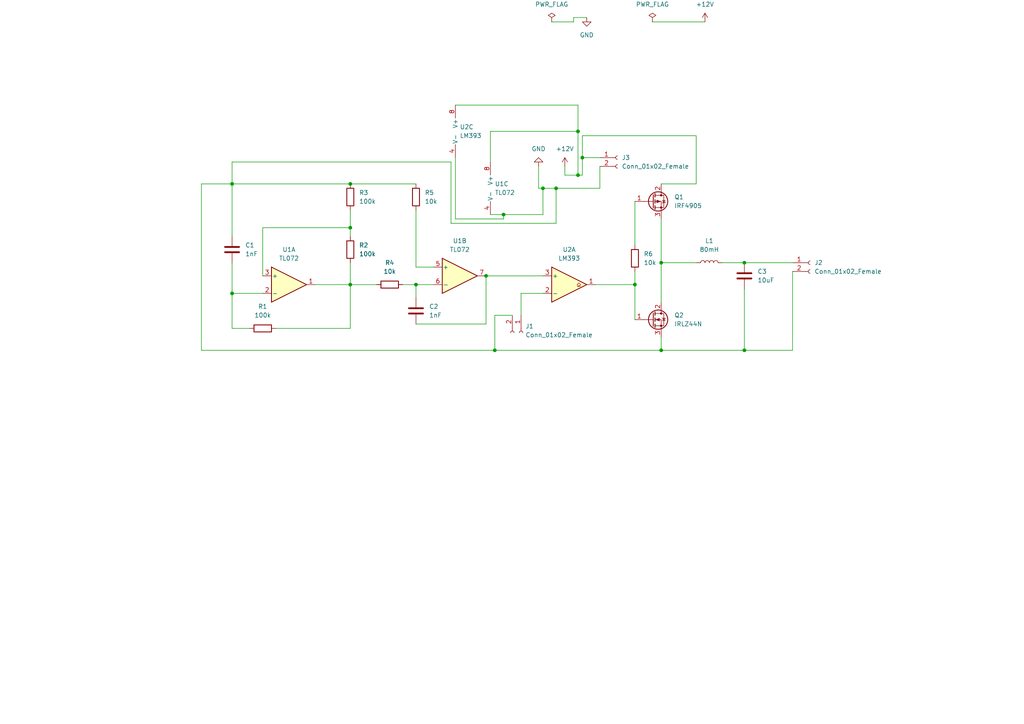
<source format=kicad_sch>
(kicad_sch (version 20211123) (generator eeschema)

  (uuid 90b581d5-410d-4845-b22c-097ee0a78ce7)

  (paper "A4")

  (lib_symbols
    (symbol "Amplifier_Operational:TL072" (pin_names (offset 0.127)) (in_bom yes) (on_board yes)
      (property "Reference" "U" (id 0) (at 0 5.08 0)
        (effects (font (size 1.27 1.27)) (justify left))
      )
      (property "Value" "TL072" (id 1) (at 0 -5.08 0)
        (effects (font (size 1.27 1.27)) (justify left))
      )
      (property "Footprint" "" (id 2) (at 0 0 0)
        (effects (font (size 1.27 1.27)) hide)
      )
      (property "Datasheet" "http://www.ti.com/lit/ds/symlink/tl071.pdf" (id 3) (at 0 0 0)
        (effects (font (size 1.27 1.27)) hide)
      )
      (property "ki_locked" "" (id 4) (at 0 0 0)
        (effects (font (size 1.27 1.27)))
      )
      (property "ki_keywords" "dual opamp" (id 5) (at 0 0 0)
        (effects (font (size 1.27 1.27)) hide)
      )
      (property "ki_description" "Dual Low-Noise JFET-Input Operational Amplifiers, DIP-8/SOIC-8" (id 6) (at 0 0 0)
        (effects (font (size 1.27 1.27)) hide)
      )
      (property "ki_fp_filters" "SOIC*3.9x4.9mm*P1.27mm* DIP*W7.62mm* TO*99* OnSemi*Micro8* TSSOP*3x3mm*P0.65mm* TSSOP*4.4x3mm*P0.65mm* MSOP*3x3mm*P0.65mm* SSOP*3.9x4.9mm*P0.635mm* LFCSP*2x2mm*P0.5mm* *SIP* SOIC*5.3x6.2mm*P1.27mm*" (id 7) (at 0 0 0)
        (effects (font (size 1.27 1.27)) hide)
      )
      (symbol "TL072_1_1"
        (polyline
          (pts
            (xy -5.08 5.08)
            (xy 5.08 0)
            (xy -5.08 -5.08)
            (xy -5.08 5.08)
          )
          (stroke (width 0.254) (type default) (color 0 0 0 0))
          (fill (type background))
        )
        (pin output line (at 7.62 0 180) (length 2.54)
          (name "~" (effects (font (size 1.27 1.27))))
          (number "1" (effects (font (size 1.27 1.27))))
        )
        (pin input line (at -7.62 -2.54 0) (length 2.54)
          (name "-" (effects (font (size 1.27 1.27))))
          (number "2" (effects (font (size 1.27 1.27))))
        )
        (pin input line (at -7.62 2.54 0) (length 2.54)
          (name "+" (effects (font (size 1.27 1.27))))
          (number "3" (effects (font (size 1.27 1.27))))
        )
      )
      (symbol "TL072_2_1"
        (polyline
          (pts
            (xy -5.08 5.08)
            (xy 5.08 0)
            (xy -5.08 -5.08)
            (xy -5.08 5.08)
          )
          (stroke (width 0.254) (type default) (color 0 0 0 0))
          (fill (type background))
        )
        (pin input line (at -7.62 2.54 0) (length 2.54)
          (name "+" (effects (font (size 1.27 1.27))))
          (number "5" (effects (font (size 1.27 1.27))))
        )
        (pin input line (at -7.62 -2.54 0) (length 2.54)
          (name "-" (effects (font (size 1.27 1.27))))
          (number "6" (effects (font (size 1.27 1.27))))
        )
        (pin output line (at 7.62 0 180) (length 2.54)
          (name "~" (effects (font (size 1.27 1.27))))
          (number "7" (effects (font (size 1.27 1.27))))
        )
      )
      (symbol "TL072_3_1"
        (pin power_in line (at -2.54 -7.62 90) (length 3.81)
          (name "V-" (effects (font (size 1.27 1.27))))
          (number "4" (effects (font (size 1.27 1.27))))
        )
        (pin power_in line (at -2.54 7.62 270) (length 3.81)
          (name "V+" (effects (font (size 1.27 1.27))))
          (number "8" (effects (font (size 1.27 1.27))))
        )
      )
    )
    (symbol "Comparator:LM393" (pin_names (offset 0.127)) (in_bom yes) (on_board yes)
      (property "Reference" "U" (id 0) (at 3.81 3.81 0)
        (effects (font (size 1.27 1.27)))
      )
      (property "Value" "LM393" (id 1) (at 6.35 -3.81 0)
        (effects (font (size 1.27 1.27)))
      )
      (property "Footprint" "" (id 2) (at 0 0 0)
        (effects (font (size 1.27 1.27)) hide)
      )
      (property "Datasheet" "http://www.ti.com/lit/ds/symlink/lm393.pdf" (id 3) (at 0 0 0)
        (effects (font (size 1.27 1.27)) hide)
      )
      (property "ki_locked" "" (id 4) (at 0 0 0)
        (effects (font (size 1.27 1.27)))
      )
      (property "ki_keywords" "cmp open collector" (id 5) (at 0 0 0)
        (effects (font (size 1.27 1.27)) hide)
      )
      (property "ki_description" "Low-Power, Low-Offset Voltage, Dual Comparators, DIP-8/SOIC-8/TO-99-8" (id 6) (at 0 0 0)
        (effects (font (size 1.27 1.27)) hide)
      )
      (property "ki_fp_filters" "SOIC*3.9x4.9mm*P1.27mm* DIP*W7.62mm* SOP*5.28x5.23mm*P1.27mm* VSSOP*3.0x3.0mm*P0.65mm* TSSOP*4.4x3mm*P0.65mm*" (id 7) (at 0 0 0)
        (effects (font (size 1.27 1.27)) hide)
      )
      (symbol "LM393_1_1"
        (polyline
          (pts
            (xy -5.08 5.08)
            (xy 5.08 0)
            (xy -5.08 -5.08)
            (xy -5.08 5.08)
          )
          (stroke (width 0.254) (type default) (color 0 0 0 0))
          (fill (type background))
        )
        (polyline
          (pts
            (xy 3.302 -0.508)
            (xy 2.794 -0.508)
            (xy 3.302 0)
            (xy 2.794 0.508)
            (xy 2.286 0)
            (xy 2.794 -0.508)
            (xy 2.286 -0.508)
          )
          (stroke (width 0.127) (type default) (color 0 0 0 0))
          (fill (type none))
        )
        (pin open_collector line (at 7.62 0 180) (length 2.54)
          (name "~" (effects (font (size 1.27 1.27))))
          (number "1" (effects (font (size 1.27 1.27))))
        )
        (pin input line (at -7.62 -2.54 0) (length 2.54)
          (name "-" (effects (font (size 1.27 1.27))))
          (number "2" (effects (font (size 1.27 1.27))))
        )
        (pin input line (at -7.62 2.54 0) (length 2.54)
          (name "+" (effects (font (size 1.27 1.27))))
          (number "3" (effects (font (size 1.27 1.27))))
        )
      )
      (symbol "LM393_2_1"
        (polyline
          (pts
            (xy -5.08 5.08)
            (xy 5.08 0)
            (xy -5.08 -5.08)
            (xy -5.08 5.08)
          )
          (stroke (width 0.254) (type default) (color 0 0 0 0))
          (fill (type background))
        )
        (polyline
          (pts
            (xy 3.302 -0.508)
            (xy 2.794 -0.508)
            (xy 3.302 0)
            (xy 2.794 0.508)
            (xy 2.286 0)
            (xy 2.794 -0.508)
            (xy 2.286 -0.508)
          )
          (stroke (width 0.127) (type default) (color 0 0 0 0))
          (fill (type none))
        )
        (pin input line (at -7.62 2.54 0) (length 2.54)
          (name "+" (effects (font (size 1.27 1.27))))
          (number "5" (effects (font (size 1.27 1.27))))
        )
        (pin input line (at -7.62 -2.54 0) (length 2.54)
          (name "-" (effects (font (size 1.27 1.27))))
          (number "6" (effects (font (size 1.27 1.27))))
        )
        (pin open_collector line (at 7.62 0 180) (length 2.54)
          (name "~" (effects (font (size 1.27 1.27))))
          (number "7" (effects (font (size 1.27 1.27))))
        )
      )
      (symbol "LM393_3_1"
        (pin power_in line (at -2.54 -7.62 90) (length 3.81)
          (name "V-" (effects (font (size 1.27 1.27))))
          (number "4" (effects (font (size 1.27 1.27))))
        )
        (pin power_in line (at -2.54 7.62 270) (length 3.81)
          (name "V+" (effects (font (size 1.27 1.27))))
          (number "8" (effects (font (size 1.27 1.27))))
        )
      )
    )
    (symbol "Connector:Conn_01x02_Female" (pin_names (offset 1.016) hide) (in_bom yes) (on_board yes)
      (property "Reference" "J" (id 0) (at 0 2.54 0)
        (effects (font (size 1.27 1.27)))
      )
      (property "Value" "Conn_01x02_Female" (id 1) (at 0 -5.08 0)
        (effects (font (size 1.27 1.27)))
      )
      (property "Footprint" "" (id 2) (at 0 0 0)
        (effects (font (size 1.27 1.27)) hide)
      )
      (property "Datasheet" "~" (id 3) (at 0 0 0)
        (effects (font (size 1.27 1.27)) hide)
      )
      (property "ki_keywords" "connector" (id 4) (at 0 0 0)
        (effects (font (size 1.27 1.27)) hide)
      )
      (property "ki_description" "Generic connector, single row, 01x02, script generated (kicad-library-utils/schlib/autogen/connector/)" (id 5) (at 0 0 0)
        (effects (font (size 1.27 1.27)) hide)
      )
      (property "ki_fp_filters" "Connector*:*_1x??_*" (id 6) (at 0 0 0)
        (effects (font (size 1.27 1.27)) hide)
      )
      (symbol "Conn_01x02_Female_1_1"
        (arc (start 0 -2.032) (mid -0.508 -2.54) (end 0 -3.048)
          (stroke (width 0.1524) (type default) (color 0 0 0 0))
          (fill (type none))
        )
        (polyline
          (pts
            (xy -1.27 -2.54)
            (xy -0.508 -2.54)
          )
          (stroke (width 0.1524) (type default) (color 0 0 0 0))
          (fill (type none))
        )
        (polyline
          (pts
            (xy -1.27 0)
            (xy -0.508 0)
          )
          (stroke (width 0.1524) (type default) (color 0 0 0 0))
          (fill (type none))
        )
        (arc (start 0 0.508) (mid -0.508 0) (end 0 -0.508)
          (stroke (width 0.1524) (type default) (color 0 0 0 0))
          (fill (type none))
        )
        (pin passive line (at -5.08 0 0) (length 3.81)
          (name "Pin_1" (effects (font (size 1.27 1.27))))
          (number "1" (effects (font (size 1.27 1.27))))
        )
        (pin passive line (at -5.08 -2.54 0) (length 3.81)
          (name "Pin_2" (effects (font (size 1.27 1.27))))
          (number "2" (effects (font (size 1.27 1.27))))
        )
      )
    )
    (symbol "Device:C" (pin_numbers hide) (pin_names (offset 0.254)) (in_bom yes) (on_board yes)
      (property "Reference" "C" (id 0) (at 0.635 2.54 0)
        (effects (font (size 1.27 1.27)) (justify left))
      )
      (property "Value" "C" (id 1) (at 0.635 -2.54 0)
        (effects (font (size 1.27 1.27)) (justify left))
      )
      (property "Footprint" "" (id 2) (at 0.9652 -3.81 0)
        (effects (font (size 1.27 1.27)) hide)
      )
      (property "Datasheet" "~" (id 3) (at 0 0 0)
        (effects (font (size 1.27 1.27)) hide)
      )
      (property "ki_keywords" "cap capacitor" (id 4) (at 0 0 0)
        (effects (font (size 1.27 1.27)) hide)
      )
      (property "ki_description" "Unpolarized capacitor" (id 5) (at 0 0 0)
        (effects (font (size 1.27 1.27)) hide)
      )
      (property "ki_fp_filters" "C_*" (id 6) (at 0 0 0)
        (effects (font (size 1.27 1.27)) hide)
      )
      (symbol "C_0_1"
        (polyline
          (pts
            (xy -2.032 -0.762)
            (xy 2.032 -0.762)
          )
          (stroke (width 0.508) (type default) (color 0 0 0 0))
          (fill (type none))
        )
        (polyline
          (pts
            (xy -2.032 0.762)
            (xy 2.032 0.762)
          )
          (stroke (width 0.508) (type default) (color 0 0 0 0))
          (fill (type none))
        )
      )
      (symbol "C_1_1"
        (pin passive line (at 0 3.81 270) (length 2.794)
          (name "~" (effects (font (size 1.27 1.27))))
          (number "1" (effects (font (size 1.27 1.27))))
        )
        (pin passive line (at 0 -3.81 90) (length 2.794)
          (name "~" (effects (font (size 1.27 1.27))))
          (number "2" (effects (font (size 1.27 1.27))))
        )
      )
    )
    (symbol "Device:L" (pin_numbers hide) (pin_names (offset 1.016) hide) (in_bom yes) (on_board yes)
      (property "Reference" "L" (id 0) (at -1.27 0 90)
        (effects (font (size 1.27 1.27)))
      )
      (property "Value" "L" (id 1) (at 1.905 0 90)
        (effects (font (size 1.27 1.27)))
      )
      (property "Footprint" "" (id 2) (at 0 0 0)
        (effects (font (size 1.27 1.27)) hide)
      )
      (property "Datasheet" "~" (id 3) (at 0 0 0)
        (effects (font (size 1.27 1.27)) hide)
      )
      (property "ki_keywords" "inductor choke coil reactor magnetic" (id 4) (at 0 0 0)
        (effects (font (size 1.27 1.27)) hide)
      )
      (property "ki_description" "Inductor" (id 5) (at 0 0 0)
        (effects (font (size 1.27 1.27)) hide)
      )
      (property "ki_fp_filters" "Choke_* *Coil* Inductor_* L_*" (id 6) (at 0 0 0)
        (effects (font (size 1.27 1.27)) hide)
      )
      (symbol "L_0_1"
        (arc (start 0 -2.54) (mid 0.635 -1.905) (end 0 -1.27)
          (stroke (width 0) (type default) (color 0 0 0 0))
          (fill (type none))
        )
        (arc (start 0 -1.27) (mid 0.635 -0.635) (end 0 0)
          (stroke (width 0) (type default) (color 0 0 0 0))
          (fill (type none))
        )
        (arc (start 0 0) (mid 0.635 0.635) (end 0 1.27)
          (stroke (width 0) (type default) (color 0 0 0 0))
          (fill (type none))
        )
        (arc (start 0 1.27) (mid 0.635 1.905) (end 0 2.54)
          (stroke (width 0) (type default) (color 0 0 0 0))
          (fill (type none))
        )
      )
      (symbol "L_1_1"
        (pin passive line (at 0 3.81 270) (length 1.27)
          (name "1" (effects (font (size 1.27 1.27))))
          (number "1" (effects (font (size 1.27 1.27))))
        )
        (pin passive line (at 0 -3.81 90) (length 1.27)
          (name "2" (effects (font (size 1.27 1.27))))
          (number "2" (effects (font (size 1.27 1.27))))
        )
      )
    )
    (symbol "Device:R" (pin_numbers hide) (pin_names (offset 0)) (in_bom yes) (on_board yes)
      (property "Reference" "R" (id 0) (at 2.032 0 90)
        (effects (font (size 1.27 1.27)))
      )
      (property "Value" "R" (id 1) (at 0 0 90)
        (effects (font (size 1.27 1.27)))
      )
      (property "Footprint" "" (id 2) (at -1.778 0 90)
        (effects (font (size 1.27 1.27)) hide)
      )
      (property "Datasheet" "~" (id 3) (at 0 0 0)
        (effects (font (size 1.27 1.27)) hide)
      )
      (property "ki_keywords" "R res resistor" (id 4) (at 0 0 0)
        (effects (font (size 1.27 1.27)) hide)
      )
      (property "ki_description" "Resistor" (id 5) (at 0 0 0)
        (effects (font (size 1.27 1.27)) hide)
      )
      (property "ki_fp_filters" "R_*" (id 6) (at 0 0 0)
        (effects (font (size 1.27 1.27)) hide)
      )
      (symbol "R_0_1"
        (rectangle (start -1.016 -2.54) (end 1.016 2.54)
          (stroke (width 0.254) (type default) (color 0 0 0 0))
          (fill (type none))
        )
      )
      (symbol "R_1_1"
        (pin passive line (at 0 3.81 270) (length 1.27)
          (name "~" (effects (font (size 1.27 1.27))))
          (number "1" (effects (font (size 1.27 1.27))))
        )
        (pin passive line (at 0 -3.81 90) (length 1.27)
          (name "~" (effects (font (size 1.27 1.27))))
          (number "2" (effects (font (size 1.27 1.27))))
        )
      )
    )
    (symbol "LM393_1" (pin_names (offset 0.127)) (in_bom yes) (on_board yes)
      (property "Reference" "U2" (id 0) (at 0 10.16 0)
        (effects (font (size 1.27 1.27)))
      )
      (property "Value" "LM393_1" (id 1) (at 0 7.62 0)
        (effects (font (size 1.27 1.27)))
      )
      (property "Footprint" "" (id 2) (at 0 0 0)
        (effects (font (size 1.27 1.27)) hide)
      )
      (property "Datasheet" "http://www.ti.com/lit/ds/symlink/lm393.pdf" (id 3) (at 0 0 0)
        (effects (font (size 1.27 1.27)) hide)
      )
      (property "ki_locked" "" (id 4) (at 0 0 0)
        (effects (font (size 1.27 1.27)))
      )
      (property "ki_keywords" "cmp open collector" (id 5) (at 0 0 0)
        (effects (font (size 1.27 1.27)) hide)
      )
      (property "ki_description" "Low-Power, Low-Offset Voltage, Dual Comparators, DIP-8/SOIC-8/TO-99-8" (id 6) (at 0 0 0)
        (effects (font (size 1.27 1.27)) hide)
      )
      (property "ki_fp_filters" "SOIC*3.9x4.9mm*P1.27mm* DIP*W7.62mm* SOP*5.28x5.23mm*P1.27mm* VSSOP*3.0x3.0mm*P0.65mm* TSSOP*4.4x3mm*P0.65mm*" (id 7) (at 0 0 0)
        (effects (font (size 1.27 1.27)) hide)
      )
      (symbol "LM393_1_1_1"
        (polyline
          (pts
            (xy -5.08 5.08)
            (xy 5.08 0)
            (xy -5.08 -5.08)
            (xy -5.08 5.08)
          )
          (stroke (width 0.254) (type default) (color 0 0 0 0))
          (fill (type background))
        )
        (polyline
          (pts
            (xy 3.302 -0.508)
            (xy 2.794 -0.508)
            (xy 3.302 0)
            (xy 2.794 0.508)
            (xy 2.286 0)
            (xy 2.794 -0.508)
            (xy 2.286 -0.508)
          )
          (stroke (width 0.127) (type default) (color 0 0 0 0))
          (fill (type none))
        )
        (pin open_collector line (at 7.62 0 180) (length 2.54)
          (name "~" (effects (font (size 1.27 1.27))))
          (number "1" (effects (font (size 1.27 1.27))))
        )
        (pin input line (at -7.62 -2.54 0) (length 2.54)
          (name "-" (effects (font (size 1.27 1.27))))
          (number "2" (effects (font (size 1.27 1.27))))
        )
        (pin input line (at -7.62 2.54 0) (length 2.54)
          (name "+" (effects (font (size 1.27 1.27))))
          (number "3" (effects (font (size 1.27 1.27))))
        )
      )
      (symbol "LM393_1_2_1"
        (polyline
          (pts
            (xy -5.08 5.08)
            (xy 5.08 0)
            (xy -5.08 -5.08)
            (xy -5.08 5.08)
          )
          (stroke (width 0.254) (type default) (color 0 0 0 0))
          (fill (type background))
        )
        (polyline
          (pts
            (xy 3.302 -0.508)
            (xy 2.794 -0.508)
            (xy 3.302 0)
            (xy 2.794 0.508)
            (xy 2.286 0)
            (xy 2.794 -0.508)
            (xy 2.286 -0.508)
          )
          (stroke (width 0.127) (type default) (color 0 0 0 0))
          (fill (type none))
        )
        (pin input line (at -7.62 2.54 0) (length 2.54)
          (name "+" (effects (font (size 1.27 1.27))))
          (number "5" (effects (font (size 1.27 1.27))))
        )
        (pin input line (at -7.62 -2.54 0) (length 2.54)
          (name "-" (effects (font (size 1.27 1.27))))
          (number "6" (effects (font (size 1.27 1.27))))
        )
        (pin open_collector line (at 7.62 0 180) (length 2.54)
          (name "~" (effects (font (size 1.27 1.27))))
          (number "7" (effects (font (size 1.27 1.27))))
        )
      )
      (symbol "LM393_1_3_1"
        (pin power_in line (at -2.54 -7.62 90) (length 3.81)
          (name "V-" (effects (font (size 1.27 1.27))))
          (number "4" (effects (font (size 1.27 1.27))))
        )
        (pin power_in line (at -2.54 7.62 270) (length 3.81)
          (name "V+" (effects (font (size 1.27 1.27))))
          (number "8" (effects (font (size 1.27 1.27))))
        )
      )
    )
    (symbol "TL072_1" (pin_names (offset 0.127)) (in_bom yes) (on_board yes)
      (property "Reference" "U1" (id 0) (at 0 10.16 0)
        (effects (font (size 1.27 1.27)))
      )
      (property "Value" "TL072_1" (id 1) (at 0 7.62 0)
        (effects (font (size 1.27 1.27)))
      )
      (property "Footprint" "" (id 2) (at 0 0 0)
        (effects (font (size 1.27 1.27)) hide)
      )
      (property "Datasheet" "http://www.ti.com/lit/ds/symlink/tl071.pdf" (id 3) (at 0 0 0)
        (effects (font (size 1.27 1.27)) hide)
      )
      (property "ki_locked" "" (id 4) (at 0 0 0)
        (effects (font (size 1.27 1.27)))
      )
      (property "ki_keywords" "dual opamp" (id 5) (at 0 0 0)
        (effects (font (size 1.27 1.27)) hide)
      )
      (property "ki_description" "Dual Low-Noise JFET-Input Operational Amplifiers, DIP-8/SOIC-8" (id 6) (at 0 0 0)
        (effects (font (size 1.27 1.27)) hide)
      )
      (property "ki_fp_filters" "SOIC*3.9x4.9mm*P1.27mm* DIP*W7.62mm* TO*99* OnSemi*Micro8* TSSOP*3x3mm*P0.65mm* TSSOP*4.4x3mm*P0.65mm* MSOP*3x3mm*P0.65mm* SSOP*3.9x4.9mm*P0.635mm* LFCSP*2x2mm*P0.5mm* *SIP* SOIC*5.3x6.2mm*P1.27mm*" (id 7) (at 0 0 0)
        (effects (font (size 1.27 1.27)) hide)
      )
      (symbol "TL072_1_1_1"
        (polyline
          (pts
            (xy -5.08 5.08)
            (xy 5.08 0)
            (xy -5.08 -5.08)
            (xy -5.08 5.08)
          )
          (stroke (width 0.254) (type default) (color 0 0 0 0))
          (fill (type background))
        )
        (pin output line (at 7.62 0 180) (length 2.54)
          (name "~" (effects (font (size 1.27 1.27))))
          (number "1" (effects (font (size 1.27 1.27))))
        )
        (pin input line (at -7.62 -2.54 0) (length 2.54)
          (name "-" (effects (font (size 1.27 1.27))))
          (number "2" (effects (font (size 1.27 1.27))))
        )
        (pin input line (at -7.62 2.54 0) (length 2.54)
          (name "+" (effects (font (size 1.27 1.27))))
          (number "3" (effects (font (size 1.27 1.27))))
        )
      )
      (symbol "TL072_1_2_1"
        (polyline
          (pts
            (xy -5.08 5.08)
            (xy 5.08 0)
            (xy -5.08 -5.08)
            (xy -5.08 5.08)
          )
          (stroke (width 0.254) (type default) (color 0 0 0 0))
          (fill (type background))
        )
        (pin input line (at -7.62 2.54 0) (length 2.54)
          (name "+" (effects (font (size 1.27 1.27))))
          (number "5" (effects (font (size 1.27 1.27))))
        )
        (pin input line (at -7.62 -2.54 0) (length 2.54)
          (name "-" (effects (font (size 1.27 1.27))))
          (number "6" (effects (font (size 1.27 1.27))))
        )
        (pin output line (at 7.62 0 180) (length 2.54)
          (name "~" (effects (font (size 1.27 1.27))))
          (number "7" (effects (font (size 1.27 1.27))))
        )
      )
      (symbol "TL072_1_3_1"
        (pin power_in line (at -2.54 -7.62 90) (length 3.81)
          (name "V-" (effects (font (size 1.27 1.27))))
          (number "4" (effects (font (size 1.27 1.27))))
        )
        (pin power_in line (at -2.54 7.62 270) (length 3.81)
          (name "V+" (effects (font (size 1.27 1.27))))
          (number "8" (effects (font (size 1.27 1.27))))
        )
      )
    )
    (symbol "Transistor_FET:IRF4905" (pin_names hide) (in_bom yes) (on_board yes)
      (property "Reference" "Q" (id 0) (at 5.08 1.905 0)
        (effects (font (size 1.27 1.27)) (justify left))
      )
      (property "Value" "IRF4905" (id 1) (at 5.08 0 0)
        (effects (font (size 1.27 1.27)) (justify left))
      )
      (property "Footprint" "Package_TO_SOT_THT:TO-220-3_Vertical" (id 2) (at 5.08 -1.905 0)
        (effects (font (size 1.27 1.27) italic) (justify left) hide)
      )
      (property "Datasheet" "http://www.infineon.com/dgdl/irf4905.pdf?fileId=5546d462533600a4015355e32165197c" (id 3) (at 0 0 0)
        (effects (font (size 1.27 1.27)) (justify left) hide)
      )
      (property "ki_keywords" "Single P-Channel HEXFET Power MOSFET" (id 4) (at 0 0 0)
        (effects (font (size 1.27 1.27)) hide)
      )
      (property "ki_description" "-74A Id, -55V Vds, Single P-Channel HEXFET Power MOSFET, 20mOhm Ron, TO-220AB" (id 5) (at 0 0 0)
        (effects (font (size 1.27 1.27)) hide)
      )
      (property "ki_fp_filters" "TO?220*" (id 6) (at 0 0 0)
        (effects (font (size 1.27 1.27)) hide)
      )
      (symbol "IRF4905_0_1"
        (polyline
          (pts
            (xy 0.254 0)
            (xy -2.54 0)
          )
          (stroke (width 0) (type default) (color 0 0 0 0))
          (fill (type none))
        )
        (polyline
          (pts
            (xy 0.254 1.905)
            (xy 0.254 -1.905)
          )
          (stroke (width 0.254) (type default) (color 0 0 0 0))
          (fill (type none))
        )
        (polyline
          (pts
            (xy 0.762 -1.27)
            (xy 0.762 -2.286)
          )
          (stroke (width 0.254) (type default) (color 0 0 0 0))
          (fill (type none))
        )
        (polyline
          (pts
            (xy 0.762 0.508)
            (xy 0.762 -0.508)
          )
          (stroke (width 0.254) (type default) (color 0 0 0 0))
          (fill (type none))
        )
        (polyline
          (pts
            (xy 0.762 2.286)
            (xy 0.762 1.27)
          )
          (stroke (width 0.254) (type default) (color 0 0 0 0))
          (fill (type none))
        )
        (polyline
          (pts
            (xy 2.54 2.54)
            (xy 2.54 1.778)
          )
          (stroke (width 0) (type default) (color 0 0 0 0))
          (fill (type none))
        )
        (polyline
          (pts
            (xy 2.54 -2.54)
            (xy 2.54 0)
            (xy 0.762 0)
          )
          (stroke (width 0) (type default) (color 0 0 0 0))
          (fill (type none))
        )
        (polyline
          (pts
            (xy 0.762 1.778)
            (xy 3.302 1.778)
            (xy 3.302 -1.778)
            (xy 0.762 -1.778)
          )
          (stroke (width 0) (type default) (color 0 0 0 0))
          (fill (type none))
        )
        (polyline
          (pts
            (xy 2.286 0)
            (xy 1.27 0.381)
            (xy 1.27 -0.381)
            (xy 2.286 0)
          )
          (stroke (width 0) (type default) (color 0 0 0 0))
          (fill (type outline))
        )
        (polyline
          (pts
            (xy 2.794 -0.508)
            (xy 2.921 -0.381)
            (xy 3.683 -0.381)
            (xy 3.81 -0.254)
          )
          (stroke (width 0) (type default) (color 0 0 0 0))
          (fill (type none))
        )
        (polyline
          (pts
            (xy 3.302 -0.381)
            (xy 2.921 0.254)
            (xy 3.683 0.254)
            (xy 3.302 -0.381)
          )
          (stroke (width 0) (type default) (color 0 0 0 0))
          (fill (type none))
        )
        (circle (center 1.651 0) (radius 2.794)
          (stroke (width 0.254) (type default) (color 0 0 0 0))
          (fill (type none))
        )
        (circle (center 2.54 -1.778) (radius 0.254)
          (stroke (width 0) (type default) (color 0 0 0 0))
          (fill (type outline))
        )
        (circle (center 2.54 1.778) (radius 0.254)
          (stroke (width 0) (type default) (color 0 0 0 0))
          (fill (type outline))
        )
      )
      (symbol "IRF4905_1_1"
        (pin input line (at -5.08 0 0) (length 2.54)
          (name "G" (effects (font (size 1.27 1.27))))
          (number "1" (effects (font (size 1.27 1.27))))
        )
        (pin passive line (at 2.54 5.08 270) (length 2.54)
          (name "D" (effects (font (size 1.27 1.27))))
          (number "2" (effects (font (size 1.27 1.27))))
        )
        (pin passive line (at 2.54 -5.08 90) (length 2.54)
          (name "S" (effects (font (size 1.27 1.27))))
          (number "3" (effects (font (size 1.27 1.27))))
        )
      )
    )
    (symbol "Transistor_FET:IRLZ44N" (pin_names hide) (in_bom yes) (on_board yes)
      (property "Reference" "Q" (id 0) (at 6.35 1.905 0)
        (effects (font (size 1.27 1.27)) (justify left))
      )
      (property "Value" "IRLZ44N" (id 1) (at 6.35 0 0)
        (effects (font (size 1.27 1.27)) (justify left))
      )
      (property "Footprint" "Package_TO_SOT_THT:TO-220-3_Vertical" (id 2) (at 6.35 -1.905 0)
        (effects (font (size 1.27 1.27) italic) (justify left) hide)
      )
      (property "Datasheet" "http://www.irf.com/product-info/datasheets/data/irlz44n.pdf" (id 3) (at 0 0 0)
        (effects (font (size 1.27 1.27)) (justify left) hide)
      )
      (property "ki_keywords" "N-Channel HEXFET MOSFET Logic-Level" (id 4) (at 0 0 0)
        (effects (font (size 1.27 1.27)) hide)
      )
      (property "ki_description" "47A Id, 55V Vds, 22mOhm Rds Single N-Channel HEXFET Power MOSFET, TO-220AB" (id 5) (at 0 0 0)
        (effects (font (size 1.27 1.27)) hide)
      )
      (property "ki_fp_filters" "TO?220*" (id 6) (at 0 0 0)
        (effects (font (size 1.27 1.27)) hide)
      )
      (symbol "IRLZ44N_0_1"
        (polyline
          (pts
            (xy 0.254 0)
            (xy -2.54 0)
          )
          (stroke (width 0) (type default) (color 0 0 0 0))
          (fill (type none))
        )
        (polyline
          (pts
            (xy 0.254 1.905)
            (xy 0.254 -1.905)
          )
          (stroke (width 0.254) (type default) (color 0 0 0 0))
          (fill (type none))
        )
        (polyline
          (pts
            (xy 0.762 -1.27)
            (xy 0.762 -2.286)
          )
          (stroke (width 0.254) (type default) (color 0 0 0 0))
          (fill (type none))
        )
        (polyline
          (pts
            (xy 0.762 0.508)
            (xy 0.762 -0.508)
          )
          (stroke (width 0.254) (type default) (color 0 0 0 0))
          (fill (type none))
        )
        (polyline
          (pts
            (xy 0.762 2.286)
            (xy 0.762 1.27)
          )
          (stroke (width 0.254) (type default) (color 0 0 0 0))
          (fill (type none))
        )
        (polyline
          (pts
            (xy 2.54 2.54)
            (xy 2.54 1.778)
          )
          (stroke (width 0) (type default) (color 0 0 0 0))
          (fill (type none))
        )
        (polyline
          (pts
            (xy 2.54 -2.54)
            (xy 2.54 0)
            (xy 0.762 0)
          )
          (stroke (width 0) (type default) (color 0 0 0 0))
          (fill (type none))
        )
        (polyline
          (pts
            (xy 0.762 -1.778)
            (xy 3.302 -1.778)
            (xy 3.302 1.778)
            (xy 0.762 1.778)
          )
          (stroke (width 0) (type default) (color 0 0 0 0))
          (fill (type none))
        )
        (polyline
          (pts
            (xy 1.016 0)
            (xy 2.032 0.381)
            (xy 2.032 -0.381)
            (xy 1.016 0)
          )
          (stroke (width 0) (type default) (color 0 0 0 0))
          (fill (type outline))
        )
        (polyline
          (pts
            (xy 2.794 0.508)
            (xy 2.921 0.381)
            (xy 3.683 0.381)
            (xy 3.81 0.254)
          )
          (stroke (width 0) (type default) (color 0 0 0 0))
          (fill (type none))
        )
        (polyline
          (pts
            (xy 3.302 0.381)
            (xy 2.921 -0.254)
            (xy 3.683 -0.254)
            (xy 3.302 0.381)
          )
          (stroke (width 0) (type default) (color 0 0 0 0))
          (fill (type none))
        )
        (circle (center 1.651 0) (radius 2.794)
          (stroke (width 0.254) (type default) (color 0 0 0 0))
          (fill (type none))
        )
        (circle (center 2.54 -1.778) (radius 0.254)
          (stroke (width 0) (type default) (color 0 0 0 0))
          (fill (type outline))
        )
        (circle (center 2.54 1.778) (radius 0.254)
          (stroke (width 0) (type default) (color 0 0 0 0))
          (fill (type outline))
        )
      )
      (symbol "IRLZ44N_1_1"
        (pin input line (at -5.08 0 0) (length 2.54)
          (name "G" (effects (font (size 1.27 1.27))))
          (number "1" (effects (font (size 1.27 1.27))))
        )
        (pin passive line (at 2.54 5.08 270) (length 2.54)
          (name "D" (effects (font (size 1.27 1.27))))
          (number "2" (effects (font (size 1.27 1.27))))
        )
        (pin passive line (at 2.54 -5.08 90) (length 2.54)
          (name "S" (effects (font (size 1.27 1.27))))
          (number "3" (effects (font (size 1.27 1.27))))
        )
      )
    )
    (symbol "power:+12V" (power) (pin_names (offset 0)) (in_bom yes) (on_board yes)
      (property "Reference" "#PWR" (id 0) (at 0 -3.81 0)
        (effects (font (size 1.27 1.27)) hide)
      )
      (property "Value" "+12V" (id 1) (at 0 3.556 0)
        (effects (font (size 1.27 1.27)))
      )
      (property "Footprint" "" (id 2) (at 0 0 0)
        (effects (font (size 1.27 1.27)) hide)
      )
      (property "Datasheet" "" (id 3) (at 0 0 0)
        (effects (font (size 1.27 1.27)) hide)
      )
      (property "ki_keywords" "power-flag" (id 4) (at 0 0 0)
        (effects (font (size 1.27 1.27)) hide)
      )
      (property "ki_description" "Power symbol creates a global label with name \"+12V\"" (id 5) (at 0 0 0)
        (effects (font (size 1.27 1.27)) hide)
      )
      (symbol "+12V_0_1"
        (polyline
          (pts
            (xy -0.762 1.27)
            (xy 0 2.54)
          )
          (stroke (width 0) (type default) (color 0 0 0 0))
          (fill (type none))
        )
        (polyline
          (pts
            (xy 0 0)
            (xy 0 2.54)
          )
          (stroke (width 0) (type default) (color 0 0 0 0))
          (fill (type none))
        )
        (polyline
          (pts
            (xy 0 2.54)
            (xy 0.762 1.27)
          )
          (stroke (width 0) (type default) (color 0 0 0 0))
          (fill (type none))
        )
      )
      (symbol "+12V_1_1"
        (pin power_in line (at 0 0 90) (length 0) hide
          (name "+12V" (effects (font (size 1.27 1.27))))
          (number "1" (effects (font (size 1.27 1.27))))
        )
      )
    )
    (symbol "power:GND" (power) (pin_names (offset 0)) (in_bom yes) (on_board yes)
      (property "Reference" "#PWR" (id 0) (at 0 -6.35 0)
        (effects (font (size 1.27 1.27)) hide)
      )
      (property "Value" "GND" (id 1) (at 0 -3.81 0)
        (effects (font (size 1.27 1.27)))
      )
      (property "Footprint" "" (id 2) (at 0 0 0)
        (effects (font (size 1.27 1.27)) hide)
      )
      (property "Datasheet" "" (id 3) (at 0 0 0)
        (effects (font (size 1.27 1.27)) hide)
      )
      (property "ki_keywords" "power-flag" (id 4) (at 0 0 0)
        (effects (font (size 1.27 1.27)) hide)
      )
      (property "ki_description" "Power symbol creates a global label with name \"GND\" , ground" (id 5) (at 0 0 0)
        (effects (font (size 1.27 1.27)) hide)
      )
      (symbol "GND_0_1"
        (polyline
          (pts
            (xy 0 0)
            (xy 0 -1.27)
            (xy 1.27 -1.27)
            (xy 0 -2.54)
            (xy -1.27 -1.27)
            (xy 0 -1.27)
          )
          (stroke (width 0) (type default) (color 0 0 0 0))
          (fill (type none))
        )
      )
      (symbol "GND_1_1"
        (pin power_in line (at 0 0 270) (length 0) hide
          (name "GND" (effects (font (size 1.27 1.27))))
          (number "1" (effects (font (size 1.27 1.27))))
        )
      )
    )
    (symbol "power:PWR_FLAG" (power) (pin_numbers hide) (pin_names (offset 0) hide) (in_bom yes) (on_board yes)
      (property "Reference" "#FLG" (id 0) (at 0 1.905 0)
        (effects (font (size 1.27 1.27)) hide)
      )
      (property "Value" "PWR_FLAG" (id 1) (at 0 3.81 0)
        (effects (font (size 1.27 1.27)))
      )
      (property "Footprint" "" (id 2) (at 0 0 0)
        (effects (font (size 1.27 1.27)) hide)
      )
      (property "Datasheet" "~" (id 3) (at 0 0 0)
        (effects (font (size 1.27 1.27)) hide)
      )
      (property "ki_keywords" "power-flag" (id 4) (at 0 0 0)
        (effects (font (size 1.27 1.27)) hide)
      )
      (property "ki_description" "Special symbol for telling ERC where power comes from" (id 5) (at 0 0 0)
        (effects (font (size 1.27 1.27)) hide)
      )
      (symbol "PWR_FLAG_0_0"
        (pin power_out line (at 0 0 90) (length 0)
          (name "pwr" (effects (font (size 1.27 1.27))))
          (number "1" (effects (font (size 1.27 1.27))))
        )
      )
      (symbol "PWR_FLAG_0_1"
        (polyline
          (pts
            (xy 0 0)
            (xy 0 1.27)
            (xy -1.016 1.905)
            (xy 0 2.54)
            (xy 1.016 1.905)
            (xy 0 1.27)
          )
          (stroke (width 0) (type default) (color 0 0 0 0))
          (fill (type none))
        )
      )
    )
  )


  (junction (at 120.65 82.55) (diameter 0) (color 0 0 0 0)
    (uuid 036af7f5-01fb-466c-803b-84891a4d1477)
  )
  (junction (at 215.9 76.2) (diameter 0) (color 0 0 0 0)
    (uuid 08f77c72-12f2-4142-bd59-27569d980840)
  )
  (junction (at 191.77 101.6) (diameter 0) (color 0 0 0 0)
    (uuid 17b2e2c2-8cf4-473b-b29b-5b68fdfd53f0)
  )
  (junction (at 140.97 80.01) (diameter 0) (color 0 0 0 0)
    (uuid 30c99b86-5715-4cde-8556-98f35f0776e1)
  )
  (junction (at 191.77 76.2) (diameter 0) (color 0 0 0 0)
    (uuid 3e554523-4032-485a-a551-ac898efecc9b)
  )
  (junction (at 167.64 50.8) (diameter 0) (color 0 0 0 0)
    (uuid 4695517b-8e67-4ff7-a2ed-b9a1849b2dda)
  )
  (junction (at 168.91 45.72) (diameter 0) (color 0 0 0 0)
    (uuid 577df62b-f03f-4604-96ee-844dcba18b12)
  )
  (junction (at 143.51 101.6) (diameter 0) (color 0 0 0 0)
    (uuid 6b0a411b-016e-485b-9230-b9632cf434a4)
  )
  (junction (at 101.6 66.04) (diameter 0) (color 0 0 0 0)
    (uuid 6f8f1aad-a743-40ad-966b-1a595e0dd77b)
  )
  (junction (at 67.31 85.09) (diameter 0) (color 0 0 0 0)
    (uuid 71122520-3fe2-47c0-91fd-95dda562dcd9)
  )
  (junction (at 161.29 54.61) (diameter 0) (color 0 0 0 0)
    (uuid 74b2c984-7259-47ab-9de5-e1d5f8dbf551)
  )
  (junction (at 101.6 82.55) (diameter 0) (color 0 0 0 0)
    (uuid 79d5032f-9fd5-4cbc-925d-9196b898d1e6)
  )
  (junction (at 184.15 82.55) (diameter 0) (color 0 0 0 0)
    (uuid 9c75f7ef-9909-4cee-bc8a-5cd07b38c9d4)
  )
  (junction (at 215.9 101.6) (diameter 0) (color 0 0 0 0)
    (uuid aff6169e-78cd-4a56-ae4c-45fd4a014969)
  )
  (junction (at 157.48 54.61) (diameter 0) (color 0 0 0 0)
    (uuid bdf8a9f1-5ee8-472e-afa3-3e652c22f2f6)
  )
  (junction (at 67.31 53.34) (diameter 0) (color 0 0 0 0)
    (uuid c3f4d4b3-83a3-4f47-8f14-2b172fbd87c8)
  )
  (junction (at 146.05 62.23) (diameter 0) (color 0 0 0 0)
    (uuid ce952d71-af13-44b8-bb47-a0096eff59d7)
  )
  (junction (at 167.64 38.1) (diameter 0) (color 0 0 0 0)
    (uuid e3a7a65c-4970-4d91-9fea-2961b2500009)
  )
  (junction (at 101.6 53.34) (diameter 0) (color 0 0 0 0)
    (uuid e6486117-0418-4fc7-b172-41a09c810e41)
  )

  (wire (pts (xy 160.02 6.35) (xy 166.37 6.35))
    (stroke (width 0) (type default) (color 0 0 0 0))
    (uuid 0b4d8e38-c485-461b-9cfe-030ae8fe8a54)
  )
  (wire (pts (xy 67.31 53.34) (xy 101.6 53.34))
    (stroke (width 0) (type default) (color 0 0 0 0))
    (uuid 0ed412a9-90a7-4eda-bbc1-7c18319dd647)
  )
  (wire (pts (xy 184.15 82.55) (xy 184.15 78.74))
    (stroke (width 0) (type default) (color 0 0 0 0))
    (uuid 120c8959-de54-45ed-9cad-5783dc1fabab)
  )
  (wire (pts (xy 120.65 77.47) (xy 125.73 77.47))
    (stroke (width 0) (type default) (color 0 0 0 0))
    (uuid 17d33436-c561-47a3-b483-ffcb89a51af8)
  )
  (wire (pts (xy 215.9 101.6) (xy 191.77 101.6))
    (stroke (width 0) (type default) (color 0 0 0 0))
    (uuid 1a8d9bea-335c-4349-9a8b-d77d680ddfb3)
  )
  (wire (pts (xy 140.97 80.01) (xy 157.48 80.01))
    (stroke (width 0) (type default) (color 0 0 0 0))
    (uuid 1d2a6ce0-f38c-45fb-a295-2257a986bbdb)
  )
  (wire (pts (xy 142.24 38.1) (xy 167.64 38.1))
    (stroke (width 0) (type default) (color 0 0 0 0))
    (uuid 1fd2381f-e1d9-4e45-b783-bc249084ac99)
  )
  (wire (pts (xy 173.99 45.72) (xy 168.91 45.72))
    (stroke (width 0) (type default) (color 0 0 0 0))
    (uuid 23003ea5-51a6-4f9c-9492-2ed140927291)
  )
  (wire (pts (xy 157.48 85.09) (xy 151.13 85.09))
    (stroke (width 0) (type default) (color 0 0 0 0))
    (uuid 26119028-eb5d-4b25-a236-85cd10107500)
  )
  (wire (pts (xy 168.91 45.72) (xy 168.91 50.8))
    (stroke (width 0) (type default) (color 0 0 0 0))
    (uuid 2b9c6325-ced9-4bc5-8cff-b35c91fb9a5c)
  )
  (wire (pts (xy 67.31 85.09) (xy 67.31 76.2))
    (stroke (width 0) (type default) (color 0 0 0 0))
    (uuid 2bd5b14e-c45e-4533-b5ac-c5a63ce32030)
  )
  (wire (pts (xy 167.64 50.8) (xy 163.83 50.8))
    (stroke (width 0) (type default) (color 0 0 0 0))
    (uuid 34691ca8-3f59-4c25-8260-d318eda0da57)
  )
  (wire (pts (xy 101.6 82.55) (xy 109.22 82.55))
    (stroke (width 0) (type default) (color 0 0 0 0))
    (uuid 3c3788f4-e30c-40a2-9a20-fd8d20eb1aa8)
  )
  (wire (pts (xy 191.77 76.2) (xy 191.77 87.63))
    (stroke (width 0) (type default) (color 0 0 0 0))
    (uuid 3e3f895f-f156-48f6-85c4-83c6e46b7a3a)
  )
  (wire (pts (xy 80.01 95.25) (xy 101.6 95.25))
    (stroke (width 0) (type default) (color 0 0 0 0))
    (uuid 40969d38-a7dc-446d-ab85-17bc97fbe9ca)
  )
  (wire (pts (xy 167.64 38.1) (xy 167.64 50.8))
    (stroke (width 0) (type default) (color 0 0 0 0))
    (uuid 4116f8e4-f53b-49a9-9530-57c57735f4fc)
  )
  (wire (pts (xy 120.65 82.55) (xy 125.73 82.55))
    (stroke (width 0) (type default) (color 0 0 0 0))
    (uuid 44372917-055d-4d9a-995e-47b495603b1e)
  )
  (wire (pts (xy 161.29 54.61) (xy 161.29 64.77))
    (stroke (width 0) (type default) (color 0 0 0 0))
    (uuid 4913fd2d-52bf-4a06-a88c-93977177cab5)
  )
  (wire (pts (xy 76.2 85.09) (xy 67.31 85.09))
    (stroke (width 0) (type default) (color 0 0 0 0))
    (uuid 4a837215-1005-41e6-8ee7-956753b7a5a7)
  )
  (wire (pts (xy 201.93 76.2) (xy 191.77 76.2))
    (stroke (width 0) (type default) (color 0 0 0 0))
    (uuid 4baf4b4e-f0dd-440e-b7da-a6e7b9198079)
  )
  (wire (pts (xy 58.42 53.34) (xy 58.42 101.6))
    (stroke (width 0) (type default) (color 0 0 0 0))
    (uuid 521c32c6-6845-49cf-9bfa-4e62250e91f0)
  )
  (wire (pts (xy 201.93 53.34) (xy 201.93 39.37))
    (stroke (width 0) (type default) (color 0 0 0 0))
    (uuid 553d6776-769a-4da1-a858-dba8db616fe2)
  )
  (wire (pts (xy 140.97 93.98) (xy 140.97 80.01))
    (stroke (width 0) (type default) (color 0 0 0 0))
    (uuid 563af441-8fb0-489b-a7ef-ba10bcaa9e2e)
  )
  (wire (pts (xy 157.48 62.23) (xy 157.48 54.61))
    (stroke (width 0) (type default) (color 0 0 0 0))
    (uuid 5954dd9b-2b44-4ac4-9254-39cac35ec03a)
  )
  (wire (pts (xy 166.37 5.08) (xy 170.18 5.08))
    (stroke (width 0) (type default) (color 0 0 0 0))
    (uuid 5acb5406-dc9d-4f79-83d5-a64fde8a18b9)
  )
  (wire (pts (xy 146.05 62.23) (xy 146.05 63.5))
    (stroke (width 0) (type default) (color 0 0 0 0))
    (uuid 5bae2672-4a89-449d-9b5b-804ac25826db)
  )
  (wire (pts (xy 120.65 93.98) (xy 140.97 93.98))
    (stroke (width 0) (type default) (color 0 0 0 0))
    (uuid 5d4b36d5-c5c4-4357-8257-0870422e4afc)
  )
  (wire (pts (xy 163.83 50.8) (xy 163.83 48.26))
    (stroke (width 0) (type default) (color 0 0 0 0))
    (uuid 5dd5728e-9632-4694-9ca2-69f301a9cfce)
  )
  (wire (pts (xy 67.31 53.34) (xy 58.42 53.34))
    (stroke (width 0) (type default) (color 0 0 0 0))
    (uuid 5fe66028-a71b-4ef9-8cfd-2f67088c3464)
  )
  (wire (pts (xy 157.48 54.61) (xy 156.21 54.61))
    (stroke (width 0) (type default) (color 0 0 0 0))
    (uuid 6190ebd3-449d-4e07-92c3-4eb8383c9b56)
  )
  (wire (pts (xy 142.24 46.99) (xy 142.24 38.1))
    (stroke (width 0) (type default) (color 0 0 0 0))
    (uuid 6b2475e3-c196-4c54-a2ef-afe09167ebf4)
  )
  (wire (pts (xy 67.31 46.99) (xy 67.31 53.34))
    (stroke (width 0) (type default) (color 0 0 0 0))
    (uuid 6e93589c-d1ca-45a2-acf8-1e9cb75ad240)
  )
  (wire (pts (xy 209.55 76.2) (xy 215.9 76.2))
    (stroke (width 0) (type default) (color 0 0 0 0))
    (uuid 7060d342-e421-46e4-9e60-1a35448b46cb)
  )
  (wire (pts (xy 201.93 39.37) (xy 168.91 39.37))
    (stroke (width 0) (type default) (color 0 0 0 0))
    (uuid 70aec48a-b718-4eca-a578-eaf3496f964f)
  )
  (wire (pts (xy 166.37 6.35) (xy 166.37 5.08))
    (stroke (width 0) (type default) (color 0 0 0 0))
    (uuid 723ced99-9f6e-499b-b482-bc6db28ce3d1)
  )
  (wire (pts (xy 142.24 62.23) (xy 146.05 62.23))
    (stroke (width 0) (type default) (color 0 0 0 0))
    (uuid 72e46167-b2d6-4ec5-a679-57cd78934325)
  )
  (wire (pts (xy 143.51 91.44) (xy 143.51 101.6))
    (stroke (width 0) (type default) (color 0 0 0 0))
    (uuid 7a1b66ee-5a9e-4ca7-a955-c461259b429f)
  )
  (wire (pts (xy 191.77 63.5) (xy 191.77 76.2))
    (stroke (width 0) (type default) (color 0 0 0 0))
    (uuid 7e06debf-bb1e-4ea2-aa7e-3460f523e67e)
  )
  (wire (pts (xy 72.39 95.25) (xy 67.31 95.25))
    (stroke (width 0) (type default) (color 0 0 0 0))
    (uuid 808bf906-9217-4c09-b45f-2915fe404cce)
  )
  (wire (pts (xy 67.31 68.58) (xy 67.31 53.34))
    (stroke (width 0) (type default) (color 0 0 0 0))
    (uuid 864c7622-05f7-4e15-ad0f-4ff2f9ca3641)
  )
  (wire (pts (xy 101.6 53.34) (xy 120.65 53.34))
    (stroke (width 0) (type default) (color 0 0 0 0))
    (uuid 86f9290e-a6b2-48b5-b2f4-a0adf2ada213)
  )
  (wire (pts (xy 191.77 97.79) (xy 191.77 101.6))
    (stroke (width 0) (type default) (color 0 0 0 0))
    (uuid 89c6f9a4-75d2-4d1e-ac79-b2e9a8f249e3)
  )
  (wire (pts (xy 215.9 76.2) (xy 229.87 76.2))
    (stroke (width 0) (type default) (color 0 0 0 0))
    (uuid 8b2217ea-8641-472e-8523-79f831af80a6)
  )
  (wire (pts (xy 130.81 46.99) (xy 67.31 46.99))
    (stroke (width 0) (type default) (color 0 0 0 0))
    (uuid 8cbdbbd8-288d-440e-9ff9-240efddcf8e7)
  )
  (wire (pts (xy 120.65 60.96) (xy 120.65 77.47))
    (stroke (width 0) (type default) (color 0 0 0 0))
    (uuid 91c7589a-0b7b-4cd0-9e14-e37f2bc70fb5)
  )
  (wire (pts (xy 91.44 82.55) (xy 101.6 82.55))
    (stroke (width 0) (type default) (color 0 0 0 0))
    (uuid 94a631c2-a351-4b98-b157-ec0001ce20a9)
  )
  (wire (pts (xy 120.65 82.55) (xy 120.65 86.36))
    (stroke (width 0) (type default) (color 0 0 0 0))
    (uuid 96bac488-4c56-4fd5-8b87-6752a4c615f5)
  )
  (wire (pts (xy 172.72 82.55) (xy 184.15 82.55))
    (stroke (width 0) (type default) (color 0 0 0 0))
    (uuid 9d9debb4-8384-435e-883c-704570b780cf)
  )
  (wire (pts (xy 101.6 66.04) (xy 101.6 68.58))
    (stroke (width 0) (type default) (color 0 0 0 0))
    (uuid a72d2c0f-da49-48c5-a24a-dd8331c9bd72)
  )
  (wire (pts (xy 76.2 66.04) (xy 101.6 66.04))
    (stroke (width 0) (type default) (color 0 0 0 0))
    (uuid a89e7724-6d38-4c6b-9626-18de0d452262)
  )
  (wire (pts (xy 161.29 54.61) (xy 157.48 54.61))
    (stroke (width 0) (type default) (color 0 0 0 0))
    (uuid ade5511a-e34b-406d-a977-b83e72031296)
  )
  (wire (pts (xy 173.99 54.61) (xy 161.29 54.61))
    (stroke (width 0) (type default) (color 0 0 0 0))
    (uuid b3c68a10-3edd-466d-9838-15acc5eecc51)
  )
  (wire (pts (xy 191.77 53.34) (xy 201.93 53.34))
    (stroke (width 0) (type default) (color 0 0 0 0))
    (uuid b59530bf-289a-4353-b205-e15e29ee400f)
  )
  (wire (pts (xy 58.42 101.6) (xy 143.51 101.6))
    (stroke (width 0) (type default) (color 0 0 0 0))
    (uuid b5f609fd-79bc-4b59-bf04-407d17613a55)
  )
  (wire (pts (xy 189.23 6.35) (xy 204.47 6.35))
    (stroke (width 0) (type default) (color 0 0 0 0))
    (uuid b6d2233b-74f3-4f5c-8f42-f9ebbb21c7b4)
  )
  (wire (pts (xy 101.6 82.55) (xy 101.6 95.25))
    (stroke (width 0) (type default) (color 0 0 0 0))
    (uuid b968b636-99e9-4a41-bdc6-c27e5988e029)
  )
  (wire (pts (xy 132.08 30.48) (xy 167.64 30.48))
    (stroke (width 0) (type default) (color 0 0 0 0))
    (uuid c0847221-9a91-4f84-91d1-7c444bc237ed)
  )
  (wire (pts (xy 143.51 101.6) (xy 191.77 101.6))
    (stroke (width 0) (type default) (color 0 0 0 0))
    (uuid c285ba1b-6446-42d4-ac5f-818d5eee720f)
  )
  (wire (pts (xy 101.6 60.96) (xy 101.6 66.04))
    (stroke (width 0) (type default) (color 0 0 0 0))
    (uuid c6c1ae31-9c43-4818-930e-840481d6815e)
  )
  (wire (pts (xy 130.81 64.77) (xy 130.81 46.99))
    (stroke (width 0) (type default) (color 0 0 0 0))
    (uuid c7fbb704-637f-4ea3-8c74-9dd3cc8e4323)
  )
  (wire (pts (xy 229.87 101.6) (xy 215.9 101.6))
    (stroke (width 0) (type default) (color 0 0 0 0))
    (uuid c94e4038-8e06-4e61-b693-e5225a2c8733)
  )
  (wire (pts (xy 76.2 80.01) (xy 76.2 66.04))
    (stroke (width 0) (type default) (color 0 0 0 0))
    (uuid c9888c3d-984e-4bdd-a5e5-390483c84161)
  )
  (wire (pts (xy 151.13 85.09) (xy 151.13 91.44))
    (stroke (width 0) (type default) (color 0 0 0 0))
    (uuid cce6ea1e-aad0-4d30-ad60-5ba673618683)
  )
  (wire (pts (xy 168.91 39.37) (xy 168.91 45.72))
    (stroke (width 0) (type default) (color 0 0 0 0))
    (uuid ce4cc70b-120c-420e-bd8a-a1a6adfa471d)
  )
  (wire (pts (xy 132.08 63.5) (xy 146.05 63.5))
    (stroke (width 0) (type default) (color 0 0 0 0))
    (uuid d5559397-27a0-49cf-8796-1873d43a82c2)
  )
  (wire (pts (xy 161.29 64.77) (xy 130.81 64.77))
    (stroke (width 0) (type default) (color 0 0 0 0))
    (uuid e36431fb-5c84-4724-b4a7-3d6efd6ca1b8)
  )
  (wire (pts (xy 215.9 83.82) (xy 215.9 101.6))
    (stroke (width 0) (type default) (color 0 0 0 0))
    (uuid e569425f-e579-4e8e-86fc-bf4ac2242702)
  )
  (wire (pts (xy 173.99 48.26) (xy 173.99 54.61))
    (stroke (width 0) (type default) (color 0 0 0 0))
    (uuid e773460c-6895-451d-a45f-73052f94eb3f)
  )
  (wire (pts (xy 132.08 45.72) (xy 132.08 63.5))
    (stroke (width 0) (type default) (color 0 0 0 0))
    (uuid e87df818-f0b8-4289-83be-9b5b5a007b8a)
  )
  (wire (pts (xy 156.21 54.61) (xy 156.21 48.26))
    (stroke (width 0) (type default) (color 0 0 0 0))
    (uuid ea5ff236-d3ff-4fdb-bd7e-a31ba781005e)
  )
  (wire (pts (xy 148.59 91.44) (xy 143.51 91.44))
    (stroke (width 0) (type default) (color 0 0 0 0))
    (uuid f1dbb370-e1c2-4234-83df-8784c9ba9c51)
  )
  (wire (pts (xy 184.15 82.55) (xy 184.15 92.71))
    (stroke (width 0) (type default) (color 0 0 0 0))
    (uuid f2cdb083-abb9-409e-ba84-99fffbb5aaff)
  )
  (wire (pts (xy 229.87 78.74) (xy 229.87 101.6))
    (stroke (width 0) (type default) (color 0 0 0 0))
    (uuid f418ab9e-6f69-47e8-8876-61028c944a6b)
  )
  (wire (pts (xy 168.91 50.8) (xy 167.64 50.8))
    (stroke (width 0) (type default) (color 0 0 0 0))
    (uuid f6ca9215-fcae-4b8e-bde9-a38ae3ceb216)
  )
  (wire (pts (xy 184.15 58.42) (xy 184.15 71.12))
    (stroke (width 0) (type default) (color 0 0 0 0))
    (uuid f7ead43d-b2f7-4d97-96db-0c6404e5ef8b)
  )
  (wire (pts (xy 116.84 82.55) (xy 120.65 82.55))
    (stroke (width 0) (type default) (color 0 0 0 0))
    (uuid f90a271d-2d8d-424f-bf94-fde90e2b6d3b)
  )
  (wire (pts (xy 101.6 76.2) (xy 101.6 82.55))
    (stroke (width 0) (type default) (color 0 0 0 0))
    (uuid fabb37a5-7b68-4836-8749-1768405ffb20)
  )
  (wire (pts (xy 146.05 62.23) (xy 157.48 62.23))
    (stroke (width 0) (type default) (color 0 0 0 0))
    (uuid fbee5be9-5dda-4264-b7e8-dd9361ee9cb9)
  )
  (wire (pts (xy 167.64 30.48) (xy 167.64 38.1))
    (stroke (width 0) (type default) (color 0 0 0 0))
    (uuid fcadf75d-5dd6-418a-9814-55d5cf942b04)
  )
  (wire (pts (xy 67.31 95.25) (xy 67.31 85.09))
    (stroke (width 0) (type default) (color 0 0 0 0))
    (uuid fed6c8e1-94d3-45a2-8429-b460b226d5d5)
  )

  (symbol (lib_id "Amplifier_Operational:TL072") (at 133.35 80.01 0) (unit 2)
    (in_bom yes) (on_board yes) (fields_autoplaced)
    (uuid 10312262-bdea-4ce9-bcba-ae21be2fdb94)
    (property "Reference" "U1" (id 0) (at 133.35 69.85 0))
    (property "Value" "TL072" (id 1) (at 133.35 72.39 0))
    (property "Footprint" "Package_DIP:DIP-8_W7.62mm" (id 2) (at 133.35 80.01 0)
      (effects (font (size 1.27 1.27)) hide)
    )
    (property "Datasheet" "http://www.ti.com/lit/ds/symlink/tl071.pdf" (id 3) (at 133.35 80.01 0)
      (effects (font (size 1.27 1.27)) hide)
    )
    (pin "1" (uuid d809dfcd-865b-472d-beb7-bc71f9a350ce))
    (pin "2" (uuid 6afebe0f-597b-4d1d-90d9-c217476e138d))
    (pin "3" (uuid fbed84fc-2ec7-47b0-afa0-806929be048c))
    (pin "5" (uuid 0f9edbeb-4007-4e3c-b159-94fe35c9067c))
    (pin "6" (uuid 72ad8fd6-860a-4f7c-a92d-ef154eebcf7b))
    (pin "7" (uuid bf20df76-c5fd-4520-a981-3e2c042e686c))
    (pin "4" (uuid aa295270-678f-4c49-acc8-4aa291ff7635))
    (pin "8" (uuid ccbf7a3a-e89c-4cc8-8e4c-49f11212b036))
  )

  (symbol (lib_id "power:GND") (at 170.18 5.08 0) (unit 1)
    (in_bom yes) (on_board yes) (fields_autoplaced)
    (uuid 1a54f469-099b-47bc-976f-ad8e2f5a0f1b)
    (property "Reference" "#PWR0103" (id 0) (at 170.18 11.43 0)
      (effects (font (size 1.27 1.27)) hide)
    )
    (property "Value" "GND" (id 1) (at 170.18 10.16 0))
    (property "Footprint" "" (id 2) (at 170.18 5.08 0)
      (effects (font (size 1.27 1.27)) hide)
    )
    (property "Datasheet" "" (id 3) (at 170.18 5.08 0)
      (effects (font (size 1.27 1.27)) hide)
    )
    (pin "1" (uuid da3e04c5-a1cf-4680-aedd-d88ed7882a8d))
  )

  (symbol (lib_id "Device:R") (at 101.6 72.39 0) (unit 1)
    (in_bom yes) (on_board yes) (fields_autoplaced)
    (uuid 2219e57c-1c5c-48f2-a9de-7a1cd3204ed8)
    (property "Reference" "R2" (id 0) (at 104.14 71.1199 0)
      (effects (font (size 1.27 1.27)) (justify left))
    )
    (property "Value" "100k" (id 1) (at 104.14 73.6599 0)
      (effects (font (size 1.27 1.27)) (justify left))
    )
    (property "Footprint" "Resistor_SMD:R_0603_1608Metric" (id 2) (at 99.822 72.39 90)
      (effects (font (size 1.27 1.27)) hide)
    )
    (property "Datasheet" "~" (id 3) (at 101.6 72.39 0)
      (effects (font (size 1.27 1.27)) hide)
    )
    (pin "1" (uuid 967a8b84-e2e8-4369-8bd4-7d137b3cd2f7))
    (pin "2" (uuid 4dc1f6a4-b094-4abe-81aa-9453c7ec5604))
  )

  (symbol (lib_id "power:+12V") (at 163.83 48.26 0) (unit 1)
    (in_bom yes) (on_board yes) (fields_autoplaced)
    (uuid 26490189-4fc9-4ad8-a6aa-7f51af753f5e)
    (property "Reference" "#PWR0102" (id 0) (at 163.83 52.07 0)
      (effects (font (size 1.27 1.27)) hide)
    )
    (property "Value" "+12V" (id 1) (at 163.83 43.18 0))
    (property "Footprint" "" (id 2) (at 163.83 48.26 0)
      (effects (font (size 1.27 1.27)) hide)
    )
    (property "Datasheet" "" (id 3) (at 163.83 48.26 0)
      (effects (font (size 1.27 1.27)) hide)
    )
    (pin "1" (uuid 4a006890-079d-4012-a30f-9a83c86e9d8c))
  )

  (symbol (lib_id "Device:C") (at 67.31 72.39 0) (unit 1)
    (in_bom yes) (on_board yes) (fields_autoplaced)
    (uuid 406ab446-d597-4c43-9925-4d3fadd04c54)
    (property "Reference" "C1" (id 0) (at 71.12 71.1199 0)
      (effects (font (size 1.27 1.27)) (justify left))
    )
    (property "Value" "1nF" (id 1) (at 71.12 73.6599 0)
      (effects (font (size 1.27 1.27)) (justify left))
    )
    (property "Footprint" "Capacitor_SMD:C_0603_1608Metric" (id 2) (at 68.2752 76.2 0)
      (effects (font (size 1.27 1.27)) hide)
    )
    (property "Datasheet" "~" (id 3) (at 67.31 72.39 0)
      (effects (font (size 1.27 1.27)) hide)
    )
    (pin "1" (uuid 6db69761-eba8-4fa1-925c-fffcaef11bde))
    (pin "2" (uuid 4d279bcc-8c08-4ac9-9e35-a4c49665121a))
  )

  (symbol (lib_id "Amplifier_Operational:TL072") (at 83.82 82.55 0) (unit 1)
    (in_bom yes) (on_board yes) (fields_autoplaced)
    (uuid 50bd5c6b-fb71-427b-a9ea-423fb3cff62e)
    (property "Reference" "U1" (id 0) (at 83.82 72.39 0))
    (property "Value" "TL072" (id 1) (at 83.82 74.93 0))
    (property "Footprint" "Package_DIP:DIP-8_W7.62mm" (id 2) (at 83.82 82.55 0)
      (effects (font (size 1.27 1.27)) hide)
    )
    (property "Datasheet" "http://www.ti.com/lit/ds/symlink/tl071.pdf" (id 3) (at 83.82 82.55 0)
      (effects (font (size 1.27 1.27)) hide)
    )
    (pin "1" (uuid 009a5f17-f8db-4c41-b698-8cf918d4620d))
    (pin "2" (uuid 4773c387-32ae-4b1e-94d4-b7ff1c8e0c40))
    (pin "3" (uuid 8a537b9c-1c78-4ee0-befe-7f766f8428c4))
    (pin "5" (uuid f8df09a1-acb8-4b77-9da9-c2901ce0f421))
    (pin "6" (uuid 3e43870e-f112-4bd7-a910-ba20988ea415))
    (pin "7" (uuid a0389c91-b4ff-4302-af85-a5a6608266a6))
    (pin "4" (uuid a55d01d2-6287-40b6-8827-53ad811d6c1a))
    (pin "8" (uuid 463f0d77-5612-43e1-a7a4-bf8aacb761a8))
  )

  (symbol (lib_name "TL072_1") (lib_id "Amplifier_Operational:TL072") (at 144.78 54.61 0) (unit 3)
    (in_bom yes) (on_board yes) (fields_autoplaced)
    (uuid 52f7f8d6-29e2-4894-a357-6be75da650b3)
    (property "Reference" "U1" (id 0) (at 143.51 53.3399 0)
      (effects (font (size 1.27 1.27)) (justify left))
    )
    (property "Value" "TL072" (id 1) (at 143.51 55.8799 0)
      (effects (font (size 1.27 1.27)) (justify left))
    )
    (property "Footprint" "Package_DIP:DIP-8_W7.62mm" (id 2) (at 144.78 54.61 0)
      (effects (font (size 1.27 1.27)) hide)
    )
    (property "Datasheet" "http://www.ti.com/lit/ds/symlink/tl071.pdf" (id 3) (at 144.78 54.61 0)
      (effects (font (size 1.27 1.27)) hide)
    )
    (pin "1" (uuid 3453ef3d-9b5b-44de-b00e-3263143c0010))
    (pin "2" (uuid fcc6974e-3530-45a6-a705-cb433698d13f))
    (pin "3" (uuid a3745eeb-71d9-43f2-9ea5-a3d3b8f302f4))
    (pin "5" (uuid 71294b4f-8bc6-4cc6-bf8e-25a898db3447))
    (pin "6" (uuid 72e23f16-2fb1-4f6a-8822-b851727579d6))
    (pin "7" (uuid 65ccbeee-2a49-412f-ba5a-975878f80f06))
    (pin "4" (uuid 7f9dd1a8-00dd-4122-9467-20200bfc8a70))
    (pin "8" (uuid ba062d56-d01f-4e83-a0c6-e7d2ae80f683))
  )

  (symbol (lib_id "Transistor_FET:IRLZ44N") (at 189.23 92.71 0) (unit 1)
    (in_bom yes) (on_board yes) (fields_autoplaced)
    (uuid 54431074-5274-4269-a678-82cf1a076af3)
    (property "Reference" "Q2" (id 0) (at 195.58 91.4399 0)
      (effects (font (size 1.27 1.27)) (justify left))
    )
    (property "Value" "IRLZ44N" (id 1) (at 195.58 93.9799 0)
      (effects (font (size 1.27 1.27)) (justify left))
    )
    (property "Footprint" "Package_TO_SOT_THT:TO-220-3_Vertical" (id 2) (at 195.58 94.615 0)
      (effects (font (size 1.27 1.27) italic) (justify left) hide)
    )
    (property "Datasheet" "http://www.irf.com/product-info/datasheets/data/irlz44n.pdf" (id 3) (at 189.23 92.71 0)
      (effects (font (size 1.27 1.27)) (justify left) hide)
    )
    (pin "1" (uuid 4ff508d9-a95e-4f04-a78d-3cf1b55efdf9))
    (pin "2" (uuid f27ef2db-67ba-4be2-855b-fe09bf7dc3b0))
    (pin "3" (uuid 9bba02d5-5d74-4560-ba97-55055c689edb))
  )

  (symbol (lib_name "LM393_1") (lib_id "Comparator:LM393") (at 134.62 38.1 0) (unit 3)
    (in_bom yes) (on_board yes) (fields_autoplaced)
    (uuid 566236df-7fd8-47f6-a09a-6392b338b17b)
    (property "Reference" "U2" (id 0) (at 133.35 36.8299 0)
      (effects (font (size 1.27 1.27)) (justify left))
    )
    (property "Value" "LM393" (id 1) (at 133.35 39.3699 0)
      (effects (font (size 1.27 1.27)) (justify left))
    )
    (property "Footprint" "Package_DIP:DIP-8_W7.62mm" (id 2) (at 134.62 38.1 0)
      (effects (font (size 1.27 1.27)) hide)
    )
    (property "Datasheet" "http://www.ti.com/lit/ds/symlink/lm393.pdf" (id 3) (at 134.62 38.1 0)
      (effects (font (size 1.27 1.27)) hide)
    )
    (pin "1" (uuid 8aa4c370-ce22-4eb8-b0be-e072083ed948))
    (pin "2" (uuid 67acd431-b0c0-41c6-85e5-24e59568635a))
    (pin "3" (uuid a3510095-a5eb-4047-b829-c46659ef2f27))
    (pin "5" (uuid f4cd4417-03fe-484e-982a-72a35a671c08))
    (pin "6" (uuid 38b95494-a505-4074-b8f0-8615132849ce))
    (pin "7" (uuid 9c9ece05-5ca9-485d-ac63-82cf11857efa))
    (pin "4" (uuid 16995117-9880-4db2-a586-fa01db3e9435))
    (pin "8" (uuid ffdc8916-ad8a-4815-8b09-764a03521acd))
  )

  (symbol (lib_id "Device:R") (at 184.15 74.93 0) (unit 1)
    (in_bom yes) (on_board yes) (fields_autoplaced)
    (uuid 774629db-c36d-4a94-b762-9482645118c1)
    (property "Reference" "R6" (id 0) (at 186.69 73.6599 0)
      (effects (font (size 1.27 1.27)) (justify left))
    )
    (property "Value" "10k" (id 1) (at 186.69 76.1999 0)
      (effects (font (size 1.27 1.27)) (justify left))
    )
    (property "Footprint" "Resistor_SMD:R_0603_1608Metric" (id 2) (at 182.372 74.93 90)
      (effects (font (size 1.27 1.27)) hide)
    )
    (property "Datasheet" "~" (id 3) (at 184.15 74.93 0)
      (effects (font (size 1.27 1.27)) hide)
    )
    (pin "1" (uuid 584dadda-45fd-4e33-8872-d04150544e49))
    (pin "2" (uuid 379f8339-ae39-41a2-aefb-1744cc42fd65))
  )

  (symbol (lib_id "power:PWR_FLAG") (at 189.23 6.35 0) (unit 1)
    (in_bom yes) (on_board yes) (fields_autoplaced)
    (uuid 79b20bca-e408-41e1-a297-5a67208828ea)
    (property "Reference" "#FLG0101" (id 0) (at 189.23 4.445 0)
      (effects (font (size 1.27 1.27)) hide)
    )
    (property "Value" "PWR_FLAG" (id 1) (at 189.23 1.27 0))
    (property "Footprint" "" (id 2) (at 189.23 6.35 0)
      (effects (font (size 1.27 1.27)) hide)
    )
    (property "Datasheet" "~" (id 3) (at 189.23 6.35 0)
      (effects (font (size 1.27 1.27)) hide)
    )
    (pin "1" (uuid 5012cb29-d646-4f4b-9213-d95ca1ab4d40))
  )

  (symbol (lib_id "Device:R") (at 113.03 82.55 90) (unit 1)
    (in_bom yes) (on_board yes) (fields_autoplaced)
    (uuid 7a598bce-14e3-41ea-b2ab-35c803db5c46)
    (property "Reference" "R4" (id 0) (at 113.03 76.2 90))
    (property "Value" "10k" (id 1) (at 113.03 78.74 90))
    (property "Footprint" "Resistor_SMD:R_0603_1608Metric" (id 2) (at 113.03 84.328 90)
      (effects (font (size 1.27 1.27)) hide)
    )
    (property "Datasheet" "~" (id 3) (at 113.03 82.55 0)
      (effects (font (size 1.27 1.27)) hide)
    )
    (pin "1" (uuid 30624ae2-6d13-430b-9cff-9b10714d348a))
    (pin "2" (uuid 14e59462-1321-40a2-acdb-28e9d2f85955))
  )

  (symbol (lib_id "Device:C") (at 215.9 80.01 0) (unit 1)
    (in_bom yes) (on_board yes) (fields_autoplaced)
    (uuid 7ef64318-2be0-40bf-9217-f15437fa33b3)
    (property "Reference" "C3" (id 0) (at 219.71 78.7399 0)
      (effects (font (size 1.27 1.27)) (justify left))
    )
    (property "Value" "10uF" (id 1) (at 219.71 81.2799 0)
      (effects (font (size 1.27 1.27)) (justify left))
    )
    (property "Footprint" "Capacitor_SMD:C_0603_1608Metric" (id 2) (at 216.8652 83.82 0)
      (effects (font (size 1.27 1.27)) hide)
    )
    (property "Datasheet" "~" (id 3) (at 215.9 80.01 0)
      (effects (font (size 1.27 1.27)) hide)
    )
    (pin "1" (uuid aaefb4d1-5225-4581-9296-abf199ce32ea))
    (pin "2" (uuid 5a1585fb-becd-45d6-b2c3-bee614989771))
  )

  (symbol (lib_id "Device:R") (at 120.65 57.15 0) (unit 1)
    (in_bom yes) (on_board yes) (fields_autoplaced)
    (uuid 8117cf5a-b9c7-4bc1-9251-e9da56bcd9bb)
    (property "Reference" "R5" (id 0) (at 123.19 55.8799 0)
      (effects (font (size 1.27 1.27)) (justify left))
    )
    (property "Value" "10k" (id 1) (at 123.19 58.4199 0)
      (effects (font (size 1.27 1.27)) (justify left))
    )
    (property "Footprint" "Resistor_SMD:R_0603_1608Metric" (id 2) (at 118.872 57.15 90)
      (effects (font (size 1.27 1.27)) hide)
    )
    (property "Datasheet" "~" (id 3) (at 120.65 57.15 0)
      (effects (font (size 1.27 1.27)) hide)
    )
    (pin "1" (uuid e3dbf714-b2fb-4478-bbef-1a31b9c05db6))
    (pin "2" (uuid 0bfdff93-e7aa-4b68-b3f5-d5f85f0e927a))
  )

  (symbol (lib_id "Connector:Conn_01x02_Female") (at 151.13 96.52 270) (unit 1)
    (in_bom yes) (on_board yes) (fields_autoplaced)
    (uuid 908b08c0-47a3-4aa3-a10f-a35658c28bc0)
    (property "Reference" "J1" (id 0) (at 152.4 94.6149 90)
      (effects (font (size 1.27 1.27)) (justify left))
    )
    (property "Value" "Conn_01x02_Female" (id 1) (at 152.4 97.1549 90)
      (effects (font (size 1.27 1.27)) (justify left))
    )
    (property "Footprint" "Connector_PinHeader_2.54mm:PinHeader_1x02_P2.54mm_Vertical" (id 2) (at 151.13 96.52 0)
      (effects (font (size 1.27 1.27)) hide)
    )
    (property "Datasheet" "~" (id 3) (at 151.13 96.52 0)
      (effects (font (size 1.27 1.27)) hide)
    )
    (pin "1" (uuid a204bec0-f861-407e-b437-1cb8c68ef73d))
    (pin "2" (uuid 3ddad562-8dbf-4dd2-8aeb-07dec9287d78))
  )

  (symbol (lib_id "Device:C") (at 120.65 90.17 0) (unit 1)
    (in_bom yes) (on_board yes) (fields_autoplaced)
    (uuid 9b15bb34-cd61-4288-8471-c2c9ed54f896)
    (property "Reference" "C2" (id 0) (at 124.46 88.8999 0)
      (effects (font (size 1.27 1.27)) (justify left))
    )
    (property "Value" "1nF" (id 1) (at 124.46 91.4399 0)
      (effects (font (size 1.27 1.27)) (justify left))
    )
    (property "Footprint" "Capacitor_SMD:C_0603_1608Metric" (id 2) (at 121.6152 93.98 0)
      (effects (font (size 1.27 1.27)) hide)
    )
    (property "Datasheet" "~" (id 3) (at 120.65 90.17 0)
      (effects (font (size 1.27 1.27)) hide)
    )
    (pin "1" (uuid d3fdca16-8e76-4fad-a2e6-796750fb9f6e))
    (pin "2" (uuid ac67b5cd-4b29-4afa-b0d4-d381de213de6))
  )

  (symbol (lib_id "Connector:Conn_01x02_Female") (at 234.95 76.2 0) (unit 1)
    (in_bom yes) (on_board yes) (fields_autoplaced)
    (uuid a878b826-d9fe-4a13-8cb8-4f36412bcb8f)
    (property "Reference" "J2" (id 0) (at 236.22 76.1999 0)
      (effects (font (size 1.27 1.27)) (justify left))
    )
    (property "Value" "Conn_01x02_Female" (id 1) (at 236.22 78.7399 0)
      (effects (font (size 1.27 1.27)) (justify left))
    )
    (property "Footprint" "Connector_PinHeader_2.54mm:PinHeader_1x02_P2.54mm_Vertical" (id 2) (at 234.95 76.2 0)
      (effects (font (size 1.27 1.27)) hide)
    )
    (property "Datasheet" "~" (id 3) (at 234.95 76.2 0)
      (effects (font (size 1.27 1.27)) hide)
    )
    (pin "1" (uuid 5cba9f17-6537-45f3-bab1-1136fb30ce13))
    (pin "2" (uuid 398a5983-9823-437f-9cc3-a16b8cae94ff))
  )

  (symbol (lib_id "Connector:Conn_01x02_Female") (at 179.07 45.72 0) (unit 1)
    (in_bom yes) (on_board yes) (fields_autoplaced)
    (uuid bad08c70-6061-4905-8f32-422798bd0491)
    (property "Reference" "J3" (id 0) (at 180.34 45.7199 0)
      (effects (font (size 1.27 1.27)) (justify left))
    )
    (property "Value" "Conn_01x02_Female" (id 1) (at 180.34 48.2599 0)
      (effects (font (size 1.27 1.27)) (justify left))
    )
    (property "Footprint" "Connector_PinHeader_2.54mm:PinHeader_1x02_P2.54mm_Vertical" (id 2) (at 179.07 45.72 0)
      (effects (font (size 1.27 1.27)) hide)
    )
    (property "Datasheet" "~" (id 3) (at 179.07 45.72 0)
      (effects (font (size 1.27 1.27)) hide)
    )
    (pin "1" (uuid 67d3f8ea-b7f3-4f7c-a13d-784dad797489))
    (pin "2" (uuid 2780c9d1-9258-4e6c-9d4c-19966864a1ec))
  )

  (symbol (lib_id "Comparator:LM393") (at 165.1 82.55 0) (unit 1)
    (in_bom yes) (on_board yes) (fields_autoplaced)
    (uuid cffb57b5-8dd5-43f4-b1dd-b91703700d9e)
    (property "Reference" "U2" (id 0) (at 165.1 72.39 0))
    (property "Value" "LM393" (id 1) (at 165.1 74.93 0))
    (property "Footprint" "Package_DIP:DIP-8_W7.62mm" (id 2) (at 165.1 82.55 0)
      (effects (font (size 1.27 1.27)) hide)
    )
    (property "Datasheet" "http://www.ti.com/lit/ds/symlink/lm393.pdf" (id 3) (at 165.1 82.55 0)
      (effects (font (size 1.27 1.27)) hide)
    )
    (pin "1" (uuid b41c644d-2a2f-4269-9d5b-6b9aff6d5397))
    (pin "2" (uuid f7bdfb8f-5fcf-4f5e-becd-5c15ca9ee4a1))
    (pin "3" (uuid 8cdf2b20-8b33-4519-9cc1-43e65abecf16))
    (pin "5" (uuid 04b16e48-cea8-475e-aff2-4dc4f8c4bf17))
    (pin "6" (uuid 06d53b16-7a58-4704-b187-69e36d583595))
    (pin "7" (uuid 214d13d4-b6df-40b6-9b1c-696facdeeda4))
    (pin "4" (uuid 9da3f934-0d00-4d03-881a-625e5367dfc2))
    (pin "8" (uuid a24cd6c3-bc2d-4519-8713-2547df5c4217))
  )

  (symbol (lib_id "power:GND") (at 156.21 48.26 180) (unit 1)
    (in_bom yes) (on_board yes) (fields_autoplaced)
    (uuid d8d0290a-5b04-41dd-b367-3f3a97fa8c34)
    (property "Reference" "#PWR0101" (id 0) (at 156.21 41.91 0)
      (effects (font (size 1.27 1.27)) hide)
    )
    (property "Value" "GND" (id 1) (at 156.21 43.18 0))
    (property "Footprint" "" (id 2) (at 156.21 48.26 0)
      (effects (font (size 1.27 1.27)) hide)
    )
    (property "Datasheet" "" (id 3) (at 156.21 48.26 0)
      (effects (font (size 1.27 1.27)) hide)
    )
    (pin "1" (uuid f1b3c215-8ac2-4334-94b0-cde5a25a2edc))
  )

  (symbol (lib_id "power:+12V") (at 204.47 6.35 0) (unit 1)
    (in_bom yes) (on_board yes) (fields_autoplaced)
    (uuid d95403b6-4fc3-43fd-b36b-75453ce3fef1)
    (property "Reference" "#PWR0104" (id 0) (at 204.47 10.16 0)
      (effects (font (size 1.27 1.27)) hide)
    )
    (property "Value" "+12V" (id 1) (at 204.47 1.27 0))
    (property "Footprint" "" (id 2) (at 204.47 6.35 0)
      (effects (font (size 1.27 1.27)) hide)
    )
    (property "Datasheet" "" (id 3) (at 204.47 6.35 0)
      (effects (font (size 1.27 1.27)) hide)
    )
    (pin "1" (uuid 60023bce-0bf4-4fb5-b82d-c388c0ca9018))
  )

  (symbol (lib_id "Device:R") (at 76.2 95.25 90) (unit 1)
    (in_bom yes) (on_board yes) (fields_autoplaced)
    (uuid dc4ba458-7a66-48c3-ad08-10691765e9df)
    (property "Reference" "R1" (id 0) (at 76.2 88.9 90))
    (property "Value" "100k" (id 1) (at 76.2 91.44 90))
    (property "Footprint" "Resistor_SMD:R_0603_1608Metric" (id 2) (at 76.2 97.028 90)
      (effects (font (size 1.27 1.27)) hide)
    )
    (property "Datasheet" "~" (id 3) (at 76.2 95.25 0)
      (effects (font (size 1.27 1.27)) hide)
    )
    (pin "1" (uuid 2a6de342-36f9-42ed-b85a-95d8355d910d))
    (pin "2" (uuid 06b68e76-6a8e-40bf-85c6-6d04e87d58f3))
  )

  (symbol (lib_id "power:PWR_FLAG") (at 160.02 6.35 0) (unit 1)
    (in_bom yes) (on_board yes) (fields_autoplaced)
    (uuid e1277eee-602e-4dee-9c87-477bbd312b77)
    (property "Reference" "#FLG0102" (id 0) (at 160.02 4.445 0)
      (effects (font (size 1.27 1.27)) hide)
    )
    (property "Value" "PWR_FLAG" (id 1) (at 160.02 1.27 0))
    (property "Footprint" "" (id 2) (at 160.02 6.35 0)
      (effects (font (size 1.27 1.27)) hide)
    )
    (property "Datasheet" "~" (id 3) (at 160.02 6.35 0)
      (effects (font (size 1.27 1.27)) hide)
    )
    (pin "1" (uuid ac9af417-92d3-4e96-8053-37618571ff91))
  )

  (symbol (lib_id "Device:R") (at 101.6 57.15 0) (unit 1)
    (in_bom yes) (on_board yes) (fields_autoplaced)
    (uuid e2ce8768-c952-4658-99a4-85e5ec2ae90f)
    (property "Reference" "R3" (id 0) (at 104.14 55.8799 0)
      (effects (font (size 1.27 1.27)) (justify left))
    )
    (property "Value" "100k" (id 1) (at 104.14 58.4199 0)
      (effects (font (size 1.27 1.27)) (justify left))
    )
    (property "Footprint" "Resistor_SMD:R_0603_1608Metric" (id 2) (at 99.822 57.15 90)
      (effects (font (size 1.27 1.27)) hide)
    )
    (property "Datasheet" "~" (id 3) (at 101.6 57.15 0)
      (effects (font (size 1.27 1.27)) hide)
    )
    (pin "1" (uuid 57a21c34-d3d9-4973-a336-ee58e2ae6d43))
    (pin "2" (uuid d3778929-4a45-4f2e-bf25-14dbaabcccc3))
  )

  (symbol (lib_id "Device:L") (at 205.74 76.2 90) (unit 1)
    (in_bom yes) (on_board yes) (fields_autoplaced)
    (uuid ea668c32-c53c-4edb-ab33-26c2b470813a)
    (property "Reference" "L1" (id 0) (at 205.74 69.85 90))
    (property "Value" "80mH" (id 1) (at 205.74 72.39 90))
    (property "Footprint" "Inductor_SMD:L_1206_3216Metric" (id 2) (at 205.74 76.2 0)
      (effects (font (size 1.27 1.27)) hide)
    )
    (property "Datasheet" "~" (id 3) (at 205.74 76.2 0)
      (effects (font (size 1.27 1.27)) hide)
    )
    (pin "1" (uuid be86c3f8-f15c-427d-a7e0-0804af2f636b))
    (pin "2" (uuid 5e91d85c-5102-4aec-81ce-034e1e6cdb80))
  )

  (symbol (lib_id "Transistor_FET:IRF4905") (at 189.23 58.42 0) (unit 1)
    (in_bom yes) (on_board yes) (fields_autoplaced)
    (uuid fa386e10-60d7-4874-be81-4320c257428e)
    (property "Reference" "Q1" (id 0) (at 195.58 57.1499 0)
      (effects (font (size 1.27 1.27)) (justify left))
    )
    (property "Value" "IRF4905" (id 1) (at 195.58 59.6899 0)
      (effects (font (size 1.27 1.27)) (justify left))
    )
    (property "Footprint" "Package_TO_SOT_THT:TO-220-3_Vertical" (id 2) (at 194.31 60.325 0)
      (effects (font (size 1.27 1.27) italic) (justify left) hide)
    )
    (property "Datasheet" "http://www.infineon.com/dgdl/irf4905.pdf?fileId=5546d462533600a4015355e32165197c" (id 3) (at 189.23 58.42 0)
      (effects (font (size 1.27 1.27)) (justify left) hide)
    )
    (pin "1" (uuid 51b6401b-8678-4b2b-a42e-2fae57e55bd7))
    (pin "2" (uuid 45a032b7-21e2-4ad5-947f-1f7e8f0afdc4))
    (pin "3" (uuid 72199d5c-47d8-41a4-a8eb-5875d0ef9c6d))
  )

  (sheet_instances
    (path "/" (page "1"))
  )

  (symbol_instances
    (path "/79b20bca-e408-41e1-a297-5a67208828ea"
      (reference "#FLG0101") (unit 1) (value "PWR_FLAG") (footprint "")
    )
    (path "/e1277eee-602e-4dee-9c87-477bbd312b77"
      (reference "#FLG0102") (unit 1) (value "PWR_FLAG") (footprint "")
    )
    (path "/d8d0290a-5b04-41dd-b367-3f3a97fa8c34"
      (reference "#PWR0101") (unit 1) (value "GND") (footprint "")
    )
    (path "/26490189-4fc9-4ad8-a6aa-7f51af753f5e"
      (reference "#PWR0102") (unit 1) (value "+12V") (footprint "")
    )
    (path "/1a54f469-099b-47bc-976f-ad8e2f5a0f1b"
      (reference "#PWR0103") (unit 1) (value "GND") (footprint "")
    )
    (path "/d95403b6-4fc3-43fd-b36b-75453ce3fef1"
      (reference "#PWR0104") (unit 1) (value "+12V") (footprint "")
    )
    (path "/406ab446-d597-4c43-9925-4d3fadd04c54"
      (reference "C1") (unit 1) (value "1nF") (footprint "Capacitor_SMD:C_0603_1608Metric")
    )
    (path "/9b15bb34-cd61-4288-8471-c2c9ed54f896"
      (reference "C2") (unit 1) (value "1nF") (footprint "Capacitor_SMD:C_0603_1608Metric")
    )
    (path "/7ef64318-2be0-40bf-9217-f15437fa33b3"
      (reference "C3") (unit 1) (value "10uF") (footprint "Capacitor_SMD:C_0603_1608Metric")
    )
    (path "/908b08c0-47a3-4aa3-a10f-a35658c28bc0"
      (reference "J1") (unit 1) (value "Conn_01x02_Female") (footprint "Connector_PinHeader_2.54mm:PinHeader_1x02_P2.54mm_Vertical")
    )
    (path "/a878b826-d9fe-4a13-8cb8-4f36412bcb8f"
      (reference "J2") (unit 1) (value "Conn_01x02_Female") (footprint "Connector_PinHeader_2.54mm:PinHeader_1x02_P2.54mm_Vertical")
    )
    (path "/bad08c70-6061-4905-8f32-422798bd0491"
      (reference "J3") (unit 1) (value "Conn_01x02_Female") (footprint "Connector_PinHeader_2.54mm:PinHeader_1x02_P2.54mm_Vertical")
    )
    (path "/ea668c32-c53c-4edb-ab33-26c2b470813a"
      (reference "L1") (unit 1) (value "80mH") (footprint "Inductor_SMD:L_1206_3216Metric")
    )
    (path "/fa386e10-60d7-4874-be81-4320c257428e"
      (reference "Q1") (unit 1) (value "IRF4905") (footprint "Package_TO_SOT_THT:TO-220-3_Vertical")
    )
    (path "/54431074-5274-4269-a678-82cf1a076af3"
      (reference "Q2") (unit 1) (value "IRLZ44N") (footprint "Package_TO_SOT_THT:TO-220-3_Vertical")
    )
    (path "/dc4ba458-7a66-48c3-ad08-10691765e9df"
      (reference "R1") (unit 1) (value "100k") (footprint "Resistor_SMD:R_0603_1608Metric")
    )
    (path "/2219e57c-1c5c-48f2-a9de-7a1cd3204ed8"
      (reference "R2") (unit 1) (value "100k") (footprint "Resistor_SMD:R_0603_1608Metric")
    )
    (path "/e2ce8768-c952-4658-99a4-85e5ec2ae90f"
      (reference "R3") (unit 1) (value "100k") (footprint "Resistor_SMD:R_0603_1608Metric")
    )
    (path "/7a598bce-14e3-41ea-b2ab-35c803db5c46"
      (reference "R4") (unit 1) (value "10k") (footprint "Resistor_SMD:R_0603_1608Metric")
    )
    (path "/8117cf5a-b9c7-4bc1-9251-e9da56bcd9bb"
      (reference "R5") (unit 1) (value "10k") (footprint "Resistor_SMD:R_0603_1608Metric")
    )
    (path "/774629db-c36d-4a94-b762-9482645118c1"
      (reference "R6") (unit 1) (value "10k") (footprint "Resistor_SMD:R_0603_1608Metric")
    )
    (path "/50bd5c6b-fb71-427b-a9ea-423fb3cff62e"
      (reference "U1") (unit 1) (value "TL072") (footprint "Package_DIP:DIP-8_W7.62mm")
    )
    (path "/10312262-bdea-4ce9-bcba-ae21be2fdb94"
      (reference "U1") (unit 2) (value "TL072") (footprint "Package_DIP:DIP-8_W7.62mm")
    )
    (path "/52f7f8d6-29e2-4894-a357-6be75da650b3"
      (reference "U1") (unit 3) (value "TL072") (footprint "Package_DIP:DIP-8_W7.62mm")
    )
    (path "/cffb57b5-8dd5-43f4-b1dd-b91703700d9e"
      (reference "U2") (unit 1) (value "LM393") (footprint "Package_DIP:DIP-8_W7.62mm")
    )
    (path "/566236df-7fd8-47f6-a09a-6392b338b17b"
      (reference "U2") (unit 3) (value "LM393") (footprint "Package_DIP:DIP-8_W7.62mm")
    )
  )
)

</source>
